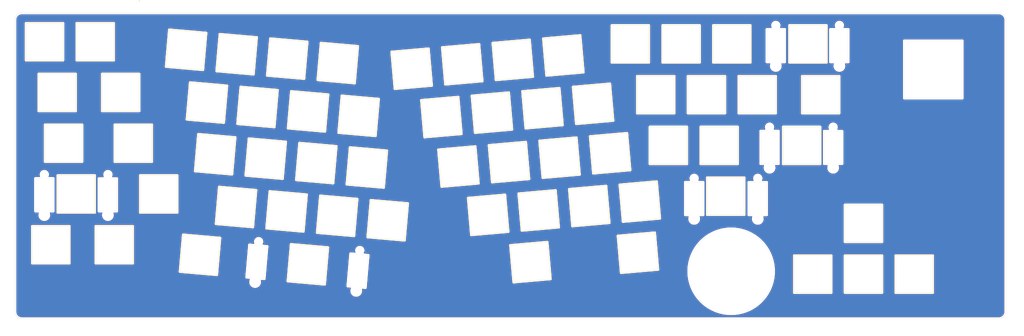
<source format=kicad_pcb>
(kicad_pcb (version 20221018) (generator pcbnew)
  (layers (0 "F.Cu" signal) (31 "B.Cu" signal) (34 "B.Paste" user) (35 "F.Paste" user) (36 "B.SilkS" user "B.Silkscreen") (37 "F.SilkS" user "F.Silkscreen") (38 "B.Mask" user) (39 "F.Mask" user) (44 "Edge.Cuts" user))
  (net 0 "")
  (footprint "Switch_Keyboard_Hotswap_Kailh:SW_Kailh_MX_top plate" (layer "F.Cu") (at 44.633199 172.93777)
    (fp_text reference "K_CTRL" hide)
    (fp_text value "KEYSW" hide)
    (fp_rect (start -6.97 -6.97) (end 6.98 6.98) (stroke (width 0.05)) (fill none) (layer "Edge.Cuts"))
  )
  (footprint "keyboard_parts:nothing" (layer "F.Cu") (at 281.690149 117.117376 90)
    (fp_text reference "D_P" hide)
    (fp_text value "D" hide)
  )
  (footprint "Switch_Keyboard_Hotswap_Kailh:SW_Kailh_MX_top plate" (layer "F.Cu") (at 171.07145 163.762626 -5)
    (fp_text reference "K_B" hide)
    (fp_text value "KEYSW" hide)
    (fp_rect (start -6.97 -6.97) (end 6.98 6.98) (stroke (width 0.05)) (fill none) (layer "Edge.Cuts"))
  )
  (footprint "Switch_Keyboard_Hotswap_Kailh:SW_Kailh_MX_top plate" (layer "F.Cu") (at 349.647649 164.927376)
    (fp_text reference "K_UP" hide)
    (fp_text value "KEYSW" hide)
    (fp_rect (start -6.97 -6.97) (end 6.98 6.98) (stroke (width 0.05)) (fill none) (layer "Edge.Cuts"))
  )
  (footprint "keyboard_parts:nothing" (layer "F.Cu") (at 57.039449 173.43777 90)
    (fp_text reference "D_CTRL" hide)
    (fp_text value "D" hide)
  )
  (footprint "keyboard_parts:nothing" (layer "F.Cu") (at 291.215149 98.067376 90)
    (fp_text reference "D_MINUS" hide)
    (fp_text value "D" hide)
  )
  (footprint "Switch_Keyboard_Hotswap_Kailh:SW_Kailh_MX_top plate" (layer "F.Cu") (at 281.190149 97.567376)
    (fp_text reference "K_MINUS" hide)
    (fp_text value "KEYSW" hide)
    (fp_rect (start -6.97 -6.97) (end 6.98 6.98) (stroke (width 0.05)) (fill none) (layer "Edge.Cuts"))
  )
  (footprint "Switch_Keyboard_Hotswap_Kailh:SW_Kailh_MX_top plate" (layer "F.Cu") (at 49.395699 134.83777)
    (fp_text reference "K_CAPS" hide)
    (fp_text value "KEYSW" hide)
    (fp_rect (start -6.97 -6.97) (end 6.98 6.98) (stroke (width 0.05)) (fill none) (layer "Edge.Cuts"))
  )
  (footprint "keyboard_parts:nothing" (layer "F.Cu") (at 276.927649 155.217376 90)
    (fp_text reference "D_DOT" hide)
    (fp_text value "D" hide)
  )
  (footprint "keyboard_parts:nothing" (layer "F.Cu") (at 154.208778 143.666475 85)
    (fp_text reference "D_F" hide)
    (fp_text value "D" hide)
  )
  (footprint "Switch_Keyboard_Hotswap_Kailh:SW_Kailh_MX_top plate" (layer "F.Cu") (at 246.722987 158.413492 5)
    (fp_text reference "K_COMMA" hide)
    (fp_text value "KEYSW" hide)
    (fp_rect (start -6.97 -6.97) (end 6.98 6.98) (stroke (width 0.05)) (fill none) (layer "Edge.Cuts"))
  )
  (footprint "keyboard_parts:nothing" (layer "F.Cu") (at 71.326949 97.23777 90)
    (fp_text reference "D_1" hide)
    (fp_text value "D" hide)
  )
  (footprint "keyboard_parts:nothing" (layer "F.Cu") (at 171.66257 121.36228 80)
    (fp_text reference "D_T" hide)
    (fp_text value "D" hide)
  )
  (footprint "keyboard_parts:nothing" (layer "F.Cu") (at 209.073069 104.841039 95)
    (fp_text reference "D_7" hide)
    (fp_text value "D" hide)
  )
  (footprint "keyboard_parts:nothing" (layer "F.Cu") (at 132.147208 122.613571 85)
    (fp_text reference "D_E" hide)
    (fp_text value "D" hide)
  )
  (footprint "Switch_Keyboard_Hotswap_Kailh:SW_Kailh_MX_top plate" (layer "F.Cu") (at 103.226426 119.58142 -5)
    (fp_text reference "K_W" hide)
    (fp_text value "KEYSW" hide)
    (fp_rect (start -6.97 -6.97) (end 6.98 6.98) (stroke (width 0.05)) (fill none) (layer "Edge.Cuts"))
  )
  (footprint "Switch_Keyboard_Hotswap_Kailh:SW_Kailh_MX_top plate" (layer "F.Cu") (at 160.158953 124.56237 -5)
    (fp_text reference "K_T" hide)
    (fp_text value "KEYSW" hide)
    (fp_rect (start -6.97 -6.97) (end 6.98 6.98) (stroke (width 0.05)) (fill none) (layer "Edge.Cuts"))
  )
  (footprint "keyboard_parts:nothing" (layer "F.Cu") (at 253.669356 177.43044 95)
    (fp_text reference "D_SPACE" hide)
    (fp_text value "D" hide)
  )
  (footprint "Switch_Keyboard_Hotswap_Kailh:SW_Kailh_MX_top plate" (layer "F.Cu") (at 152.330516 104.754703 -5)
    (fp_text reference "K_5" hide)
    (fp_text value "KEYSW" hide)
    (fp_rect (start -6.97 -6.97) (end 6.98 6.98) (stroke (width 0.05)) (fill none) (layer "Edge.Cuts"))
  )
  (footprint "keyboard_parts:nothing" (layer "F.Cu") (at 143.059706 161.813827 85)
    (fp_text reference "D_C" hide)
    (fp_text value "D" hide)
  )
  (footprint "keyboard_parts:nothing" (layer "F.Cu") (at 220.222142 122.988389 95)
    (fp_text reference "D_U" hide)
    (fp_text value "D" hide)
  )
  (footprint "Switch_Keyboard_Hotswap_Kailh:SW_Kailh_MX_top plate" (layer "F.Cu") (at 114.138924 158.781675 -5)
    (fp_text reference "K_X" hide)
    (fp_text value "KEYSW" hide)
    (fp_rect (start -6.97 -6.97) (end 6.98 6.98) (stroke (width 0.05)) (fill none) (layer "Edge.Cuts"))
  )
  (footprint "Switch_Keyboard_Hotswap_Kailh:SW_Kailh_MX_top plate" (layer "F.Cu") (at 85.114449 153.88777)
    (fp_text reference "K_Z" hide)
    (fp_text value "KEYSW" hide)
    (fp_rect (start -6.97 -6.97) (end 6.98 6.98) (stroke (width 0.05)) (fill none) (layer "Edge.Cuts"))
  )
  (footprint "keyboard_parts:nothing" (layer "F.Cu") (at 312.377649 155.092376 90)
    (fp_text reference "D_SHIFT1" hide)
    (fp_text value "D" hide)
  )
  (footprint "Switch_Keyboard_Hotswap_Kailh:SW_Kailh_MX_top plate" (layer "F.Cu") (at 61.301949 96.73777)
    (fp_text reference "K_1" hide)
    (fp_text value "KEYSW" hide)
    (fp_rect (start -6.97 -6.97) (end 6.98 6.98) (stroke (width 0.05)) (fill none) (layer "Edge.Cuts"))
  )
  (footprint "Switch_Keyboard_Hotswap_Kailh:SW_Kailh_MX_top plate" (layer "F.Cu") (at 122.203934 121.241736 -5)
    (fp_text reference "K_E" hide)
    (fp_text value "KEYSW" hide)
    (fp_rect (start -6.97 -6.97) (end 6.98 6.98) (stroke (width 0.05)) (fill none) (layer "Edge.Cuts"))
  )
  (footprint "keyboard_parts:nothing" (layer "F.Cu") (at 305.502649 136.167376 90)
    (fp_text reference "D_QUOTE" hide)
    (fp_text value "D" hide)
  )
  (footprint "Switch_Keyboard_Hotswap_Kailh:SW_Kailh_MX_top plate" (layer "F.Cu") (at 47.014449 115.78777)
    (fp_text reference "K_TAB" hide)
    (fp_text value "KEYSW" hide)
    (fp_rect (start -6.97 -6.97) (end 6.98 6.98) (stroke (width 0.05)) (fill none) (layer "Edge.Cuts"))
  )
  (footprint "Switch_Keyboard_Hotswap_Kailh:SW_Kailh_MX_top plate" (layer "F.Cu") (at 326.433899 135.667376)
    (fp_text reference "K_ENTER" hide)
    (fp_text value "KEYSW" hide)
    (fp_rect (start -6.97 -6.97) (end 6.98 6.98) (stroke (width 0.05)) (fill none) (layer "Edge.Cuts"))
  )
  (footprint "keyboard_parts:nothing" (layer "F.Cu") (at 116.25376 140.345841 85)
    (fp_text reference "D_S" hide)
    (fp_text value "D" hide)
  )
  (footprint "Mounting_Keyboard_Stabilizer:top plate stab" (layer "F.Cu") (at 298.049649 155.002376)
    (fp_text reference "REF**" hide)
    (fp_text value "top plate stab" hide)
    (fp_rect (start -15.31 -5.56) (end -8.57 6.78) (stroke (width 0.05)) (fill none) (layer "Edge.Cuts"))
    (fp_rect (start 8.53 -5.52) (end 15.3 6.78) (stroke (width 0.05)) (fill none) (layer "Edge.Cuts"))
    (pad "" np_thru_hole circle (at -11.948 -6.975) (size 3.048 3.048) (drill 3.048) (layers "F&B.Cu" "*.Mask"))
    (pad "" np_thru_hole circle (at -11.948 8.235) (size 3.9878 3.9878) (drill 3.9878) (layers "F&B.Cu" "*.Mask"))
    (pad "" np_thru_hole circle (at 11.928 -6.975) (size 3.048 3.048) (drill 3.048) (layers "F&B.Cu" "*.Mask"))
    (pad "" np_thru_hole circle (at 11.928 8.235) (size 3.9878 3.9878) (drill 3.9878) (layers "F&B.Cu" "*.Mask"))
  )
  (footprint "keyboard_parts:nothing" (layer "F.Cu") (at 188.671818 144.871453 95)
    (fp_text reference "D_G" hide)
    (fp_text value "D" hide)
  )
  (footprint "keyboard_parts:nothing" (layer "F.Cu") (at 247.028087 101.520404 95)
    (fp_text reference "D_9" hide)
    (fp_text value "D" hide)
  )
  (footprint "Switch_Keyboard_Hotswap_Kailh:SW_Kailh_MX_top plate" (layer "F.Cu") (at 125.287995 140.634325 -5)
    (fp_text reference "K_D" hide)
    (fp_text value "KEYSW" hide)
    (fp_rect (start -6.97 -6.97) (end 6.98 6.98) (stroke (width 0.05)) (fill none) (layer "Edge.Cuts"))
  )
  (footprint "keyboard_parts:nothing" (layer "F.Cu") (at 319.790149 117.117376 90)
    (fp_text reference "D_OBRAC" hide)
    (fp_text value "D" hide)
  )
  (footprint "keyboard_parts:nothing" (layer "F.Cu") (at 340.622649 184.477376 90)
    (fp_text reference "D_LEFT" hide)
    (fp_text value "D" hide)
  )
  (footprint "Switch_Keyboard_Hotswap_Kailh:SW_Kailh_MX_top plate" (layer "F.Cu") (at 114.375498 101.434069 -5)
    (fp_text reference "K_3" hide)
    (fp_text value "KEYSW" hide)
    (fp_rect (start -6.97 -6.97) (end 6.98 6.98) (stroke (width 0.05)) (fill none) (layer "Edge.Cuts"))
  )
  (footprint "Switch_Keyboard_Hotswap_Kailh:SW_Kailh_MX_top plate" (layer "F.Cu") (at 210.191712 123.364029 5)
    (fp_text reference "K_U" hide)
    (fp_text value "KEYSW" hide)
    (fp_rect (start -6.97 -6.97) (end 6.98 6.98) (stroke (width 0.05)) (fill none) (layer "Edge.Cuts"))
  )
  (footprint "keyboard_parts:nothing" (layer "F.Cu") (at 85.614449 135.33777 90)
    (fp_text reference "D_A" hide)
    (fp_text value "D" hide)
  )
  (footprint "Switch_Keyboard_Hotswap_Kailh:SW_Kailh_MX_top plate" (layer "F.Cu") (at 100.617664 176.721485 -5)
    (fp_text reference "K_ALT" hide)
    (fp_text value "KEYSW" hide)
    (fp_rect (start -6.97 -6.97) (end 6.98 6.98) (stroke (width 0.05)) (fill none) (layer "Edge.Cuts"))
  )
  (footprint "keyboard_parts:nothing" (layer "F.Cu") (at 266.751181 132.434463 95)
    (fp_text reference "D_L" hide)
    (fp_text value "D" hide)
  )
  (footprint "keyboard_parts:nothing" (layer "F.Cu") (at 237.775906 159.69817 95)
    (fp_text reference "D_M" hide)
    (fp_text value "D" hide)
  )
  (footprint "keyboard_parts:nothing" (layer "F.Cu") (at 359.672649 165.427376 90)
    (fp_text reference "D_UP" hide)
    (fp_text value "D" hide)
  )
  (footprint "Mounting_Keyboard_Stabilizer:top plate stab" (layer "F.Cu") (at 54.131449 153.58277)
    (fp_text reference "REF**" hide)
    (fp_text value "top plate stab" hide)
    (fp_rect (start -15.31 -5.56) (end -8.57 6.78) (stroke (width 0.05)) (fill none) (layer "Edge.Cuts"))
    (fp_rect (start 8.53 -5.52) (end 15.3 6.78) (stroke (width 0.05)) (fill none) (layer "Edge.Cuts"))
    (pad "" np_thru_hole circle (at -11.948 -6.975) (size 3.048 3.048) (drill 3.048) (layers "F&B.Cu" "*.Mask"))
    (pad "" np_thru_hole circle (at -11.948 8.235) (size 3.9878 3.9878) (drill 3.9878) (layers "F&B.Cu" "*.Mask"))
    (pad "" np_thru_hole circle (at 11.928 -6.975) (size 3.048 3.048) (drill 3.048) (layers "F&B.Cu" "*.Mask"))
    (pad "" np_thru_hole circle (at 11.928 8.235) (size 3.9878 3.9878) (drill 3.9878) (layers "F&B.Cu" "*.Mask"))
  )
  (footprint "Switch_Keyboard_Hotswap_Kailh:SW_Kailh_MX_top plate" (layer "F.Cu") (at 229.169221 121.703712 5)
    (fp_text reference "K_I" hide)
    (fp_text value "KEYSW" hide)
    (fp_rect (start -6.97 -6.97) (end 6.98 6.98) (stroke (width 0.05)) (fill none) (layer "Edge.Cuts"))
  )
  (footprint "keyboard_parts:nothing" (layer "F.Cu") (at 207.649327 143.211135 95)
    (fp_text reference "D_H" hide)
    (fp_text value "D" hide)
  )
  (footprint "Switch_Keyboard_Hotswap_Kailh:SW_Kailh_MX_top plate" (layer "F.Cu") (at 163.243013 143.954958 -5)
    (fp_text reference "K_G" hide)
    (fp_text value "KEYSW" hide)
    (fp_rect (start -6.97 -6.97) (end 6.98 6.98) (stroke (width 0.05)) (fill none) (layer "Edge.Cuts"))
  )
  (footprint "keyboard_parts:nothing" (layer "F.Cu") (at 348.365149 136.167376 90)
    (fp_text reference "D_ENTER" hide)
    (fp_text value "D" hide)
  )
  (footprint "Switch_Keyboard_Hotswap_Kailh:SW_Kailh_MX_top plate" (layer "F.Cu") (at 248.14673 120.043395 5)
    (fp_text reference "K_O" hide)
    (fp_text value "KEYSW" hide)
    (fp_rect (start -6.97 -6.97) (end 6.98 6.98) (stroke (width 0.05)) (fill none) (layer "Edge.Cuts"))
  )
  (footprint "Switch_Keyboard_Hotswap_Kailh:SW_Kailh_MX_top plate" (layer "F.Cu") (at 328.815149 97.567376)
    (fp_text reference "K_BACKSPACE" hide)
    (fp_text value "KEYSW" hide)
    (fp_rect (start -6.97 -6.97) (end 6.98 6.98) (stroke (width 0.05)) (fill none) (layer "Edge.Cuts"))
  )
  (footprint "keyboard_parts:nothing" (layer "F.Cu") (at 256.753416 158.037853 95)
    (fp_text reference "D_COMMA" hide)
    (fp_text value "D" hide)
  )
  (footprint "keyboard_parts:nothing" (layer "F.Cu") (at 239.19965 121.328073 95)
    (fp_text reference "D_I" hide)
    (fp_text value "D" hide)
  )
  (footprint "keyboard_parts:nothing" (layer "F.Cu") (at 80.851949 173.43777 90)
    (fp_text reference "D_WIN" hide)
    (fp_text value "D" hide)
  )
  (footprint "Switch_Keyboard_Hotswap_Kailh:SW_Kailh_MX_top plate" (layer "F.Cu") (at 42.251949 96.73777)
    (fp_text reference "K_`" hide)
    (fp_text value "KEYSW" hide)
    (fp_rect (start -6.97 -6.97) (end 6.98 6.98) (stroke (width 0.05)) (fill none) (layer "Edge.Cuts"))
  )
  (footprint "keyboard_parts:nothing" (layer "F.Cu") (at 201.244633 124.648706 95)
    (fp_text reference "D_Y" hide)
    (fp_text value "D" hide)
  )
  (footprint "Switch_Keyboard_Hotswap_Kailh:SW_Kailh_MX_top plate" (layer "F.Cu") (at 271.665149 116.617376)
    (fp_text reference "K_P" hide)
    (fp_text value "KEYSW" hide)
    (fp_rect (start -6.97 -6.97) (end 6.98 6.98) (stroke (width 0.05)) (fill none) (layer "Edge.Cuts"))
  )
  (footprint "keyboard_parts:nothing" (layer "F.Cu") (at 105.104689 158.493192 85)
    (fp_text reference "D_Z" hide)
    (fp_text value "D" hide)
  )
  (footprint "Switch_Keyboard_Hotswap_Kailh:SW_Kailh_MX_top plate" (layer "F.Cu") (at 295.477649 135.667376)
    (fp_text reference "K_QUOTE" hide)
    (fp_text value "KEYSW" hide)
    (fp_rect (start -6.97 -6.97) (end 6.98 6.98) (stroke (width 0.05)) (fill none) (layer "Edge.Cuts"))
  )
  (footprint "Switch_Keyboard_Hotswap_Kailh:SW_Kailh_MX_top plate" (layer "F.Cu") (at 208.767968 161.734125 5)
    (fp_text reference "K_N" hide)
    (fp_text value "KEYSW" hide)
    (fp_rect (start -6.97 -6.97) (end 6.98 6.98) (stroke (width 0.05)) (fill none) (layer "Edge.Cuts"))
  )
  (footprint "keyboard_parts:nothing" (layer "F.Cu") (at 272.165149 98.067376 90)
    (fp_text reference "D_0" hide)
    (fp_text value "D" hide)
  )
  (footprint "Switch_Keyboard_Hotswap_Kailh:SW_Kailh_MX_top plate" (layer "F.Cu") (at 236.997659 101.896044 5)
    (fp_text reference "K_9" hide)
    (fp_text value "KEYSW" hide)
    (fp_rect (start -6.97 -6.97) (end 6.98 6.98) (stroke (width 0.05)) (fill none) (layer "Edge.Cuts"))
  )
  (footprint "keyboard_parts:nothing" (layer "F.Cu") (at 113.169699 120.953253 85)
    (fp_text reference "D_W" hide)
    (fp_text value "D" hide)
  )
  (footprint "keyboard_parts:nothing" (layer "F.Cu") (at 228.050579 103.180722 95)
    (fp_text reference "D_8" hide)
    (fp_text value "D" hide)
  )
  (footprint "Switch_Keyboard_Hotswap_Kailh:SW_Kailh_MX_top plate" (layer "F.Cu") (at 133.353007 103.094386 -5)
    (fp_text reference "K_4" hide)
    (fp_text value "KEYSW" hide)
    (fp_rect (start -6.97 -6.97) (end 6.98 6.98) (stroke (width 0.05)) (fill none) (layer "Edge.Cuts"))
  )
  (footprint "Switch_Keyboard_Hotswap_Kailh:SW_Kailh_MX_top plate" (layer "F.Cu") (at 141.181443 122.902053 -5)
    (fp_text reference "K_R" hide)
    (fp_text value "KEYSW" hide)
    (fp_rect (start -6.97 -6.97) (end 6.98 6.98) (stroke (width 0.05)) (fill none) (layer "Edge.Cuts"))
  )
  (footprint "keyboard_parts:nothing" (layer "F.Cu") (at 218.798397 161.358486 95)
    (fp_text reference "D_N" hide)
    (fp_text value "D" hide)
  )
  (footprint "Switch_Keyboard_Hotswap_Kailh:SW_Kailh_MX_top plate" (layer "F.Cu") (at 262.140149 97.567376)
    (fp_text reference "K_0" hide)
    (fp_text value "KEYSW" hide)
    (fp_rect (start -6.97 -6.97) (end 6.98 6.98) (stroke (width 0.05)) (fill none) (layer "Edge.Cuts"))
  )
  (footprint "keyboard_parts:nothing" (layer "F.Cu") (at 162.27379 106.126536 85)
    (fp_text reference "D_5" hide)
    (fp_text value "D" hide)
  )
  (footprint "Switch_Keyboard_Hotswap_Kailh:SW_Kailh_MX_top plate" (layer "F.Cu") (at 191.214203 125.024345 5)
    (fp_text reference "K_Y" hide)
    (fp_text value "KEYSW" hide)
    (fp_rect (start -6.97 -6.97) (end 6.98 6.98) (stroke (width 0.05)) (fill none) (layer "Edge.Cuts"))
  )
  (footprint "Switch_Keyboard_Hotswap_Kailh:SW_Kailh_MX_top plate" (layer "F.Cu") (at 218.02015 103.556361 5)
    (fp_text reference "K_8" hide)
    (fp_text value "KEYSW" hide)
    (fp_rect (start -6.97 -6.97) (end 6.98 6.98) (stroke (width 0.05)) (fill none) (layer "Edge.Cuts"))
  )
  (footprint "Switch_Keyboard_Hotswap_Kailh:SW_Kailh_MX_top plate" (layer "F.Cu") (at 368.697649 183.977376)
    (fp_text reference "K_RIGHT" hide)
    (fp_text value "KEYSW" hide)
    (fp_rect (start -6.97 -6.97) (end 6.98 6.98) (stroke (width 0.05)) (fill none) (layer "Edge.Cuts"))
  )
  (footprint "keyboard_parts:nothing" (layer "F.Cu") (at 286.452649 136.167376 90)
    (fp_text reference "D_SEMIC" hide)
    (fp_text value "D" hide)
  )
  (footprint "Switch_Keyboard_Hotswap_Kailh:SW_Kailh_MX_top plate" (layer "F.Cu") (at 309.765149 116.617376)
    (fp_text reference "K_OBRAC" hide)
    (fp_text value "KEYSW" hide)
    (fp_rect (start -6.97 -6.97) (end 6.98 6.98) (stroke (width 0.05)) (fill none) (layer "Edge.Cuts"))
  )
  (footprint "keyboard_parts:nothing" (layer "F.Cu") (at 80.851949 116.28777 90)
    (fp_text reference "D_Q" hide)
    (fp_text value "D" hide)
  )
  (footprint "keyboard_parts:nothing" (layer "F.Cu") (at 171.908958 179.439265 95)
    (fp_text reference "D_SLASH" hide)
    (fp_text value "D" hide)
  )
  (footprint "keyboard_parts:nothing" (layer "F.Cu") (at 112.933127 178.300859 85)
    (fp_text reference "D_ALT" hide)
    (fp_text value "D" hide)
  )
  (footprint "Switch_Keyboard_Hotswap_Kailh:SW_Kailh_MX_top plate" (layer "F.Cu") (at 68.445699 172.93777)
    (fp_text reference "K_WIN" hide)
    (fp_text value "KEYSW" hide)
    (fp_rect (start -6.97 -6.97) (end 6.98 6.98) (stroke (width 0.05)) (fill none) (layer "Edge.Cuts"))
  )
  (footprint "Switch_Keyboard_Hotswap_Kailh:SW_Kailh_MX_top plate" (layer "F.Cu") (at 290.715149 116.617376)
    (fp_text reference "K_CBRAC" hide)
    (fp_text value "KEYSW" hide)
    (fp_rect (start -6.97 -6.97) (end 6.98 6.98) (stroke (width 0.05)) (fill none) (layer "Edge.Cuts"))
  )
  (footprint "Switch_Keyboard_Hotswap_Kailh:SW_Kailh_MX_top plate" (layer "F.Cu") (at 106.310486 138.974008 -5)
    (fp_text reference "K_S" hide)
    (fp_text value "KEYSW" hide)
    (fp_rect (start -6.97 -6.97) (end 6.98 6.98) (stroke (width 0.05)) (fill none) (layer "Edge.Cuts"))
  )
  (footprint "Switch_Keyboard_Hotswap_Kailh:SW_Kailh_MX_top plate" (layer "F.Cu") (at 152.093941 162.102309 -5)
    (fp_text reference "K_V" hide)
    (fp_text value "KEYSW" hide)
    (fp_rect (start -6.97 -6.97) (end 6.98 6.98) (stroke (width 0.05)) (fill none) (layer "Edge.Cuts"))
  )
  (footprint "Switch_Keyboard_Hotswap_Kailh:SW_Kailh_MX_top plate" (layer "F.Cu") (at 297.935649 154.707376)
    (fp_text reference "K_SHIFT1" hide)
    (fp_text value "KEYSW" hide)
    (fp_rect (start -6.97 -6.97) (end 6.98 6.98) (stroke (width 0.05)) (fill none) (layer "Edge.Cuts"))
  )
  (footprint "keyboard_parts:nothing" (layer "F.Cu") (at 135.231269 142.006158 85)
    (fp_text reference "D_D" hide)
    (fp_text value "D" hide)
  )
  (footprint "Switch_Keyboard_Hotswap_Kailh:SW_Kailh_MX_top plate" (layer "F.Cu") (at 75.589449 134.83777)
    (fp_text reference "K_A" hide)
    (fp_text value "KEYSW" hide)
    (fp_rect (start -6.97 -6.97) (end 6.98 6.98) (stroke (width 0.05)) (fill none) (layer "Edge.Cuts"))
  )
  (footprint "keyboard_parts:nothing" (layer "F.Cu") (at 143.296281 104.46622 85)
    (fp_text reference "D_4" hide)
    (fp_text value "D" hide)
  )
  (footprint "Switch_Keyboard_Hotswap_Kailh:SW_Kailh_MX_top plate" (layer "F.Cu") (at 144.265504 142.294642 -5)
    (fp_text reference "K_F" hide)
    (fp_text value "KEYSW" hide)
    (fp_rect (start -6.97 -6.97) (end 6.98 6.98) (stroke (width 0.05)) (fill none) (layer "Edge.Cuts"))
  )
  (footprint "Switch_Keyboard_Hotswap_Kailh:SW_Kailh_MX_top plate" (layer "F.Cu") (at 330.597649 183.977376)
    (fp_text reference "K_LEFT" hide)
    (fp_text value "KEYSW" hide)
    (fp_rect (start -6.97 -6.97) (end 6.98 6.98) (stroke (width 0.05)) (fill none) (layer "Edge.Cuts"))
  )
  (footprint "Switch_Keyboard_Hotswap_Kailh:SW_Kailh_MX_top plate" (layer "F.Cu") (at 264.988624 175.938223 5)
    (fp_text reference "K_ALT1" hide)
    (fp_text value "KEYSW" hide)
    (fp_rect (start -6.97 -6.97) (end 6.98 6.98) (stroke (width 0.05)) (fill none) (layer "Edge.Cuts"))
  )
  (footprint "Switch_Keyboard_Hotswap_Kailh:SW_Kailh_MX_top plate" (layer "F.Cu") (at 180.065131 106.876995 5)
    (fp_text reference "K_6" hide)
    (fp_text value "KEYSW" hide)
    (fp_rect (start -6.97 -6.97) (end 6.98 6.98) (stroke (width 0.05)) (fill none) (layer "Edge.Cuts"))
  )
  (footprint "keyboard_parts:nothing" (layer "F.Cu") (at 300.740149 117.117376 90)
    (fp_text reference "D_CBRAC" hide)
    (fp_text value "D" hide)
  )
  (footprint "keyboard_parts:nothing" (layer "F.Cu") (at 348.365149 98.067376 90)
    (fp_text reference "D_BACKSPACE" hide)
    (fp_text value "D" hide)
  )
  (footprint "Switch_Keyboard_Hotswap_Kailh:SW_Kailh_MX_top plate" (layer "F.Cu") (at 235.573914 140.266141 5)
    (fp_text reference "K_K" hide)
    (fp_text value "KEYSW" hide)
    (fp_rect (start -6.97 -6.97) (end 6.98 6.98) (stroke (width 0.05)) (fill none) (layer "Edge.Cuts"))
  )
  (footprint "keyboard_parts:nothing" (layer "F.Cu") (at 52.276949 97.23777 90)
    (fp_text reference "D_`" hide)
    (fp_text value "D" hide)
  )
  (footprint "Switch_Keyboard_Hotswap_Kailh:SW_Kailh_MX_top plate" (layer "F.Cu") (at 254.551424 138.605824 5)
    (fp_text reference "K_L" hide)
    (fp_text value "KEYSW" hide)
    (fp_rect (start -6.97 -6.97) (end 6.98 6.98) (stroke (width 0.05)) (fill none) (layer "Edge.Cuts"))
  )
  (footprint "Switch_Keyboard_Hotswap_Kailh:SW_Kailh_MX_top plate" (layer "F.Cu") (at 349.647649 183.977376)
    (fp_text reference "K_DOWN" hide)
    (fp_text value "KEYSW" hide)
    (fp_rect (start -6.97 -6.97) (end 6.98 6.98) (stroke (width 0.05)) (fill none) (layer "Edge.Cuts"))
  )
  (footprint "keyboard_parts:nothing" (layer "F.Cu") (at 310.265149 98.067376 90)
    (fp_text reference "D_EQUAL" hide)
    (fp_text value "D" hide)
  )
  (footprint "keyboard_parts:nothing" (layer "F.Cu") (at 162.037215 163.474143 85)
    (fp_text reference "D_V" hide)
    (fp_text value "D" hide)
  )
  (footprint "Switch_Keyboard_Hotswap_Kailh:SW_Kailh_MX_top plate" (layer "F.Cu") (at 333.577649 116.617376)
    (fp_text reference "K_BSLSH" hide)
    (fp_text value "KEYSW" hide)
    (fp_rect (start -6.97 -6.97) (end 6.98 6.98) (stroke (width 0.05)) (fill none) (layer "Edge.Cuts"))
  )
  (footprint "keyboard_parts:nothing" (layer "F.Cu") (at 182.857966 160.931331 90)
    (fp_text reference "D_B" hide)
    (fp_text value "D" hide)
  )
  (footprint "Switch_Keyboard_Hotswap_Kailh:SW_Kailh_MX_top plate" (layer "F.Cu") (at 197.618896 143.586775 5)
    (fp_text reference "K_H" hide)
    (fp_text value "KEYSW" hide)
    (fp_rect (start -6.97 -6.97) (end 6.98 6.98) (stroke (width 0.05)) (fill none) (layer "Edge.Cuts"))
  )
  (footprint "keyboard_parts:nothing" (layer "F.Cu") (at 151.124718 124.273888 85)
    (fp_text reference "D_R" hide)
    (fp_text value "D" hide)
  )
  (footprint "keyboard_parts:nothing" (layer "F.Cu") (at 359.672649 184.477376 90)
    (fp_text reference "D_DOWN" hide)
    (fp_text value "D" hide)
  )
  (footprint "Switch_Keyboard_Hotswap_Kailh:SW_Kailh_MX_top plate" (layer "F.Cu") (at 199.04264 105.216678 5)
    (fp_text reference "K_7" hide)
    (fp_text value "KEYSW" hide)
    (fp_rect (start -6.97 -6.97) (end 6.98 6.98) (stroke (width 0.05)) (fill none) (layer "Edge.Cuts"))
  )
  (footprint "Switch_Keyboard_Hotswap_Kailh:SW_Kailh_MX_top plate" (layer "F.Cu") (at 54.158199 153.88777)
    (fp_text reference "K_SHIFT" hide)
    (fp_text value "KEYSW" hide)
    (fp_rect (start -6.97 -6.97) (end 6.98 6.98) (stroke (width 0.05)) (fill none) (layer "Edge.Cuts"))
  )
  (footprint "Switch_Keyboard_Hotswap_Kailh:SW_Kailh_MX_top plate" (layer "F.Cu") (at 141.106628 180.293926 -5)
    (fp_text reference "REF**" hide)
    (fp_text value "SW_Kailh_MX_top_plate" hide)
    (fp_rect (start -6.97 -6.97) (end 6.98 6.98) (stroke (width 0.05)) (fill none) (layer "Edge.Cuts"))
  )
  (footprint "Switch_Keyboard_Hotswap_Kailh:SW_Kailh_MX_top plate" (layer "F.Cu") (at 227.745477 160.073809 5)
    (fp_text reference "K_M" hide)
    (fp_text value "KEYSW" hide)
    (fp_rect (start -6.97 -6.97) (end 6.98 6.98) (stroke (width 0.05)) (fill none) (layer "Edge.Cuts"))
  )
  (footprint "keyboard_parts:nothing" (layer "F.Cu") (at 378.722649 184.477376 90)
    (fp_text reference "D_RIGHT" hide)
    (fp_text value "D" hide)
  )
  (footprint "keyboard_parts:nothing" (layer "F.Cu") (at 124.082198 160.153509 85)
    (fp_text reference "D_X" hide)
    (fp_text value "D" hide)
  )
  (footprint "Mounting_Keyboard_Stabilizer:top plate stab" (layer "F.Cu") (at 326.339649 135.802376)
    (fp_text reference "REF**" hide)
    (fp_text value "top plate stab" hide)
    (fp_rect (start -15.31 -5.56) (end -8.57 6.78) (stroke (width 0.05)) (fill none) (layer "Edge.Cuts"))
    (fp_rect (start 8.53 -5.52) (end 15.3 6.78) (stroke (width 0.05)) (fill none) (layer "Edge.Cuts"))
    (pad "" np_thru_hole circle (at -11.948 -6.975) (size 3.048 3.048) (drill 3.048) (layers "F&B.Cu" "*.Mask"))
    (pad "" np_thru_hole circle (at -11.948 8.235) (size 3.9878 3.9878) (drill 3.9878) (layers "F&B.Cu" "*.Mask"))
    (pad "" np_thru_hole circle (at 11.928 -6.975) (size 3.048 3.048) (drill 3.048) (layers "F&B.Cu" "*.Mask"))
    (pad "" np_thru_hole circle (at 11.928 8.235) (size 3.9878 3.9878) (drill 3.9878) (layers "F&B.Cu" "*.Mask"))
  )
  (footprint "Switch_Keyboard_Hotswap_Kailh:SW_Kailh_MX_top plate" (layer "F.Cu") (at 265.700496 156.753175 5)
    (fp_text reference "K_DOT" hide)
    (fp_text value "KEYSW" hide)
    (fp_rect (start -6.97 -6.97) (end 6.98 6.98) (stroke (width 0.05)) (fill none) (layer "Edge.Cuts"))
  )
  (footprint "Switch_Keyboard_Hotswap_Kailh:SW_Kailh_MX_top plate" (layer "F.Cu") (at 133.116433 160.441992 -5)
    (fp_text reference "K_C" hide)
    (fp_text value "KEYSW" hide)
    (fp_rect (start -6.97 -6.97) (end 6.98 6.98) (stroke (width 0.05)) (fill none) (layer "Edge.Cuts"))
  )
  (footprint "Switch_Keyboard_Hotswap_Kailh:SW_Kailh_MX_top plate" (layer "F.Cu") (at 224.64486 179.477934 5)
    (fp_text reference "REF**" hide)
    (fp_text value "SW_Kailh_MX_top_plate" hide)
    (fp_rect (start -6.97 -6.97) (end 6.98 6.98) (stroke (width 0.05)) (fill none) (layer "Edge.Cuts"))
  )
  (footprint "keyboard_parts:nothing" (layer "F.Cu") (at 76.089449 154.38777 90)
    (fp_text reference "D_SHIFT" hide)
    (fp_text value "D" hide)
  )
  (footprint "Mounting_Keyboard_Stabilizer:top plate stab" (layer "F.Cu") (at 328.687649 97.607376)
    (fp_text reference "REF**" hide)
    (fp_text value "top plate stab" hide)
    (fp_rect (start -15.31 -5.56) (end -8.57 6.78) (stroke (width 0.05)) (fill none) (layer "Edge.Cuts"))
    (fp_rect (start 8.53 -5.52) (end 15.3 6.78) (stroke (width 0.05)) (fill none) (layer "Edge.Cuts"))
    (pad "" np_thru_hole circle (at -11.948 -6.975) (size 3.048 3.048) (drill 3.048) (layers "F&B.Cu" "*.Mask"))
    (pad "" np_thru_hole circle (at -11.948 8.235) (size 3.9878 3.9878) (drill 3.9878) (layers "F&B.Cu" "*.Mask"))
    (pad "" np_thru_hole circle (at 11.928 -6.975) (size 3.048 3.048) (drill 3.048) (layers "F&B.Cu" "*.Mask"))
    (pad "" np_thru_hole circle (at 11.928 8.235) (size 3.9878 3.9878) (drill 3.9878) (layers "F&B.Cu" "*.Mask"))
  )
  (footprint "keyboard_parts:nothing" (layer "F.Cu") (at 61.801949 116.28777 90)
    (fp_text reference "D_TAB" hide)
    (fp_text value "D" hide)
  )
  (footprint "keyboard_parts:nothing" (layer "F.Cu") (at 277.408395 175.259246 95)
    (fp_text reference "D_ALT1" hide)
    (fp_text value "D" hide)
  )
  (footprint "Mounting_Keyboard_Stabilizer:3u top plate stab" (layer "F.Cu") (at 141.021891 180.401952 -5)
    (fp_text reference "REF**" hide)
    (fp_text value "3u top plate stab" hide)
    (fp_rect (start -22.44 -5.52) (end -15.71 6.77) (stroke (width 0.05)) (fill none) (layer "Edge.Cuts"))
    (fp_rect (start 15.66 -5.51) (end 22.39 6.77) (stroke (width 0.05)) (fill none) (layer "Edge.Cuts"))
    (pad "" np_thru_hole circle (at -19.07 -6.975 355) (size 3.048 3.048) (drill 3.048) (layers "F&B.Cu" "*.Mask"))
    (pad "" np_thru_hole circle (at -19.07 8.235 355) (size 3.9878 3.9878) (drill 3.9878) (layers "F&B.Cu" "*.Mask"))
    (pad "" np_thru_hole circle (at 19.03 -6.975 355) (size 3.048 3.048) (drill 3.048) (layers "F&B.Cu" "*.Mask"))
    (pad "" np_thru_hole circle (at 19.03 8.235 355) (size 3.9878 3.9878) (drill 3.9878) (layers "F&B.Cu" "*.Mask"))
  )
  (footprint "keyboard_parts:nothing" (layer "F.Cu") (at 245.604345 139.890502 95)
    (fp_text reference "D_K" hide)
    (fp_text value "D" hide)
  )
  (footprint "keyboard_parts:nothing" (layer "F.Cu") (at 258.17716 119.667756 95)
    (fp_text reference "D_O" hide)
    (fp_text value "D" hide)
  )
  (footprint "keyboard_parts:nothing" (layer "F.Cu") (at 66.564449 135.33777 90)
    (fp_text reference "D_CAPS" hide)
    (fp_text value "D" hide)
  )
  (footprint "Switch_Keyboard_Hotswap_Kailh:SW_Kailh_MX_top plate" (layer "F.Cu") (at 95.397988 99.773753 -5)
    (fp_text reference "K_2" hide)
    (fp_text value "KEYSW" hide)
    (fp_rect (start -6.97 -6.97) (end 6.98 6.98) (stroke (width 0.05)) (fill none) (layer "Edge.Cuts"))
  )
  (footprint "Switch_Keyboard_Hotswap_Kailh:SW_Kailh_MX_top plate" (layer "F.Cu") (at 276.427649 135.667376)
    (fp_text reference "K_SEMIC" hide)
    (fp_text value "KEYSW" hide)
    (fp_rect (start -6.97 -6.97) (end 6.98 6.98) (stroke (width 0.05)) (fill none) (layer "Edge.Cuts"))
  )
  (footprint "Switch_Keyboard_Hotswap_Kailh:SW_Kailh_MX_top plate" (layer "F.Cu") (at 216.596406 141.926457 5)
    (fp_text reference "K_J" hide)
    (fp_text value "KEYSW" hide)
    (fp_rect (start -6.97 -6.97) (end 6.98 6.98) (stroke (width 0.05)) (fill none) (layer "Edge.Cuts"))
  )
  (footprint "Switch_Keyboard_Hotswap_Kailh:SW_Kailh_MX_top plate" (layer "F.Cu") (at 70.826949 115.78777)
    (fp_text reference "K_Q" hide)
    (fp_text value "KEYSW" hide)
    (fp_rect (start -6.97 -6.97) (end 6.98 6.98) (stroke (width 0.05)) (fill none) (layer "Edge.Cuts"))
  )
  (footprint "keyboard_parts:nothing" (layer "F.Cu") (at 226.626836 141.550819 95)
    (fp_text reference "D_J" hide)
    (fp_text value "D" hide)
  )
  (footprint "Switch_Keyboard_Hotswap_Kailh:SW_Kailh_MX_top plate" (layer "F.Cu") (at 300.240149 97.567376)
    (fp_text reference "K_EQUAL" hide)
    (fp_text value "KEYSW" hide)
    (fp_rect (start -6.97 -6.97) (end 6.98 6.98) (stroke (width 0.05)) (fill none) (layer "Edge.Cuts"))
  )
  (footprint "keyboard_parts:nothing" (layer "F.Cu") (at 348.365149 117.117376 90)
    (fp_text reference "D_BSLSH" hide)
    (fp_text value "D" hide)
  )
  (footprint "keyboard_parts:nothing" (layer "F.Cu") (at 105.341263 101.145586 85)
    (fp_text reference "D_2" hide)
    (fp_text value "D" hide)
  )
  (footprint "keyboard_parts:nothing" (layer "F.Cu") (at 190.09556 106.501355 95)
    (fp_text reference "D_6" hide)
    (fp_text value "D" hide)
  )
  (footprint "keyboard_parts:nothing" (layer "F.Cu") (at 124.318772 102.805903 85)
    (fp_text reference "D_3" hide)
    (fp_text value "D" hide)
  )
  (gr_arc (start 77.825699 81.44277) (mid 77.825699 81.44277) (end 77.825699 81.44277) (stroke (width 0.2)) (layer "Edge.Cuts"))
  (gr_arc (start 31.208096 88.52767) (mid 31.952038 86.731612) (end 33.748096 85.98767) (stroke (width 0.1)) (layer "Edge.Cuts"))
  (gr_rect (start 364.954872 96.369089) (end 386.795621 117.955876) (stroke (width 0.05)) (fill none) (layer "Edge.Cuts"))
  (gr_line (start 400.449155 200.642025) (end 33.748096 200.642025) (stroke (width 0.1)) (layer "Edge.Cuts"))
  (gr_circle (center 299.98838 182.907188) (end 310.886973 194.59281) (stroke (width 0.05)) (fill none) (layer "Edge.Cuts"))
  (gr_line (start 402.989155 88.52767) (end 402.989155 198.102025) (stroke (width 0.1)) (layer "Edge.Cuts"))
  (gr_arc (start 400.449155 85.98767) (mid 402.24519 86.731635) (end 402.989155 88.52767) (stroke (width 0.1)) (layer "Edge.Cuts"))
  (gr_arc (start 402.989155 198.102025) (mid 402.245263 199.898133) (end 400.449155 200.642025) (stroke (width 0.1)) (layer "Edge.Cuts"))
  (gr_line (start 33.748096 85.98767) (end 400.449155 85.98767) (stroke (width 0.1)) (layer "Edge.Cuts"))
  (gr_line (start 31.208096 198.102025) (end 31.208096 88.52767) (stroke (width 0.1)) (layer "Edge.Cuts"))
  (gr_arc (start 33.748096 200.642025) (mid 31.952068 199.898053) (end 31.208096 198.102025) (stroke (width 0.1)) (layer "Edge.Cuts"))
  (zone (net 0) (net_name "") (layer "F.Cu") (connect_pads (clearance 0.5)) (min_thickness 0.25) (fill yes (thermal_gap 0.5) (thermal_bridge_width 0.5) (island_removal_mode 1) (island_area_min 9.999999))
    (polygon (pts (xy 26.310394 81.08903) (xy 409.92029 82.23186) (xy 408.396517 204.895601) (xy 25.548507 207.18126)))
  )
  (zone (net 0) (net_name "") (layer "B.Cu") (priority 1) (connect_pads (clearance 0.5)) (min_thickness 0.25) (fill yes (thermal_gap 0.5) (thermal_bridge_width 0.5) (island_removal_mode 1) (island_area_min 9.999999))
    (polygon (pts (xy 26.310394 81.08903) (xy 409.92029 82.23186) (xy 408.396517 204.895601) (xy 25.548507 207.18126)))
  )
)
</source>
